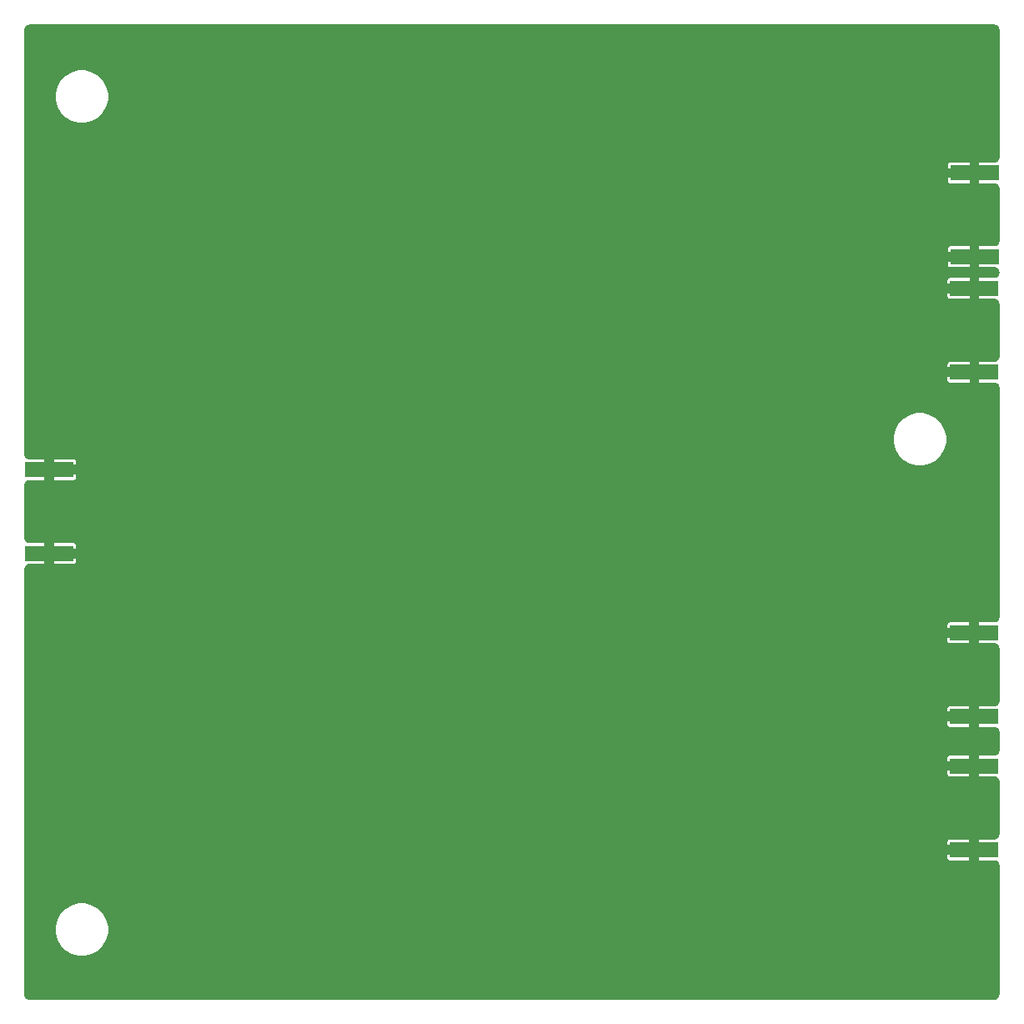
<source format=gbr>
G04 EAGLE Gerber X2 export*
G75*
%MOMM*%
%FSLAX34Y34*%
%LPD*%
%AMOC8*
5,1,8,0,0,1.08239X$1,22.5*%
G01*
%ADD10R,4.902200X1.600200*%
%ADD11C,0.914400*%

G36*
X990185Y5012D02*
X990185Y5012D01*
X990370Y5014D01*
X990500Y5032D01*
X990631Y5041D01*
X990812Y5076D01*
X990996Y5101D01*
X991122Y5135D01*
X991252Y5160D01*
X991428Y5218D01*
X991606Y5266D01*
X991727Y5316D01*
X991852Y5357D01*
X992020Y5436D01*
X992190Y5506D01*
X992305Y5571D01*
X992423Y5627D01*
X992579Y5727D01*
X992740Y5819D01*
X992845Y5897D01*
X992956Y5968D01*
X993098Y6087D01*
X993246Y6198D01*
X993340Y6289D01*
X993441Y6373D01*
X993567Y6509D01*
X993700Y6638D01*
X993782Y6740D01*
X993871Y6837D01*
X993979Y6987D01*
X994094Y7131D01*
X994163Y7244D01*
X994239Y7350D01*
X994327Y7513D01*
X994424Y7671D01*
X994477Y7791D01*
X994540Y7906D01*
X994606Y8079D01*
X994682Y8248D01*
X994720Y8373D01*
X994768Y8496D01*
X994812Y8676D01*
X994866Y8853D01*
X994888Y8982D01*
X994919Y9110D01*
X994941Y9293D01*
X994972Y9476D01*
X994980Y9629D01*
X994992Y9737D01*
X994991Y9846D01*
X994999Y10000D01*
X994999Y141614D01*
X994988Y141799D01*
X994986Y141984D01*
X994968Y142114D01*
X994959Y142245D01*
X994924Y142426D01*
X994899Y142610D01*
X994865Y142736D01*
X994840Y142866D01*
X994782Y143042D01*
X994734Y143220D01*
X994684Y143341D01*
X994643Y143466D01*
X994564Y143634D01*
X994494Y143804D01*
X994429Y143919D01*
X994373Y144037D01*
X994273Y144193D01*
X994182Y144354D01*
X994103Y144459D01*
X994032Y144570D01*
X993913Y144712D01*
X993802Y144860D01*
X993711Y144954D01*
X993627Y145055D01*
X993491Y145181D01*
X993362Y145314D01*
X993260Y145396D01*
X993163Y145485D01*
X993013Y145593D01*
X992869Y145708D01*
X992756Y145777D01*
X992650Y145853D01*
X992487Y145941D01*
X992329Y146038D01*
X992209Y146091D01*
X992094Y146154D01*
X991921Y146220D01*
X991752Y146296D01*
X991627Y146334D01*
X991504Y146382D01*
X991324Y146426D01*
X991147Y146480D01*
X991018Y146502D01*
X990890Y146533D01*
X990707Y146555D01*
X990524Y146586D01*
X990371Y146594D01*
X990263Y146606D01*
X990154Y146605D01*
X990000Y146613D01*
X974308Y146613D01*
X974308Y157155D01*
X974308Y167697D01*
X990000Y167697D01*
X990185Y167708D01*
X990370Y167710D01*
X990500Y167728D01*
X990631Y167737D01*
X990812Y167772D01*
X990996Y167797D01*
X991122Y167831D01*
X991252Y167856D01*
X991428Y167914D01*
X991606Y167962D01*
X991727Y168012D01*
X991852Y168053D01*
X992020Y168132D01*
X992190Y168202D01*
X992305Y168267D01*
X992423Y168323D01*
X992579Y168423D01*
X992740Y168514D01*
X992845Y168593D01*
X992956Y168664D01*
X993098Y168783D01*
X993246Y168894D01*
X993340Y168985D01*
X993441Y169069D01*
X993567Y169205D01*
X993700Y169334D01*
X993782Y169436D01*
X993871Y169533D01*
X993979Y169683D01*
X994094Y169827D01*
X994163Y169940D01*
X994239Y170046D01*
X994327Y170209D01*
X994424Y170367D01*
X994477Y170487D01*
X994540Y170602D01*
X994606Y170775D01*
X994682Y170944D01*
X994720Y171069D01*
X994768Y171192D01*
X994812Y171372D01*
X994866Y171549D01*
X994888Y171678D01*
X994919Y171806D01*
X994941Y171989D01*
X994972Y172172D01*
X994980Y172325D01*
X994992Y172433D01*
X994991Y172542D01*
X994999Y172696D01*
X994999Y226704D01*
X994988Y226889D01*
X994986Y227074D01*
X994968Y227204D01*
X994959Y227335D01*
X994924Y227516D01*
X994899Y227700D01*
X994865Y227826D01*
X994840Y227956D01*
X994782Y228132D01*
X994734Y228310D01*
X994684Y228431D01*
X994643Y228556D01*
X994564Y228724D01*
X994494Y228894D01*
X994429Y229009D01*
X994373Y229127D01*
X994273Y229283D01*
X994182Y229444D01*
X994103Y229549D01*
X994032Y229660D01*
X993913Y229802D01*
X993802Y229950D01*
X993711Y230044D01*
X993627Y230145D01*
X993491Y230271D01*
X993362Y230404D01*
X993260Y230486D01*
X993163Y230575D01*
X993013Y230683D01*
X992869Y230798D01*
X992756Y230867D01*
X992650Y230943D01*
X992487Y231031D01*
X992329Y231128D01*
X992209Y231181D01*
X992094Y231244D01*
X991921Y231310D01*
X991752Y231386D01*
X991627Y231424D01*
X991504Y231472D01*
X991324Y231516D01*
X991147Y231570D01*
X991018Y231592D01*
X990890Y231623D01*
X990707Y231645D01*
X990524Y231676D01*
X990371Y231684D01*
X990263Y231696D01*
X990154Y231695D01*
X990000Y231703D01*
X974308Y231703D01*
X974308Y242245D01*
X974308Y252787D01*
X990000Y252787D01*
X990185Y252798D01*
X990370Y252800D01*
X990500Y252818D01*
X990631Y252827D01*
X990812Y252862D01*
X990996Y252887D01*
X991122Y252921D01*
X991252Y252946D01*
X991428Y253004D01*
X991606Y253052D01*
X991727Y253102D01*
X991852Y253143D01*
X992020Y253222D01*
X992190Y253292D01*
X992305Y253357D01*
X992423Y253413D01*
X992579Y253513D01*
X992740Y253604D01*
X992845Y253683D01*
X992956Y253754D01*
X993098Y253873D01*
X993246Y253984D01*
X993340Y254075D01*
X993441Y254159D01*
X993567Y254295D01*
X993700Y254424D01*
X993782Y254526D01*
X993871Y254623D01*
X993979Y254773D01*
X994094Y254917D01*
X994163Y255030D01*
X994239Y255136D01*
X994327Y255299D01*
X994424Y255457D01*
X994477Y255577D01*
X994540Y255692D01*
X994606Y255865D01*
X994682Y256034D01*
X994720Y256159D01*
X994768Y256282D01*
X994812Y256462D01*
X994866Y256639D01*
X994888Y256768D01*
X994919Y256896D01*
X994941Y257079D01*
X994972Y257262D01*
X994980Y257415D01*
X994992Y257523D01*
X994991Y257632D01*
X994999Y257786D01*
X994999Y276814D01*
X994988Y276999D01*
X994986Y277184D01*
X994968Y277314D01*
X994959Y277445D01*
X994924Y277626D01*
X994899Y277810D01*
X994865Y277936D01*
X994840Y278066D01*
X994782Y278242D01*
X994734Y278420D01*
X994684Y278541D01*
X994643Y278666D01*
X994564Y278834D01*
X994494Y279004D01*
X994429Y279119D01*
X994373Y279237D01*
X994273Y279393D01*
X994182Y279554D01*
X994103Y279659D01*
X994032Y279770D01*
X993913Y279912D01*
X993802Y280060D01*
X993711Y280154D01*
X993627Y280255D01*
X993491Y280381D01*
X993362Y280514D01*
X993260Y280596D01*
X993163Y280685D01*
X993013Y280793D01*
X992869Y280908D01*
X992756Y280977D01*
X992650Y281053D01*
X992487Y281141D01*
X992329Y281238D01*
X992209Y281291D01*
X992094Y281354D01*
X991921Y281420D01*
X991752Y281496D01*
X991627Y281534D01*
X991504Y281582D01*
X991324Y281626D01*
X991147Y281680D01*
X991018Y281702D01*
X990890Y281733D01*
X990707Y281755D01*
X990524Y281786D01*
X990371Y281794D01*
X990263Y281806D01*
X990154Y281805D01*
X990000Y281813D01*
X974408Y281813D01*
X974408Y292355D01*
X974408Y302897D01*
X990000Y302897D01*
X990185Y302908D01*
X990370Y302910D01*
X990500Y302928D01*
X990631Y302937D01*
X990812Y302972D01*
X990996Y302997D01*
X991122Y303031D01*
X991252Y303056D01*
X991428Y303114D01*
X991606Y303162D01*
X991727Y303212D01*
X991852Y303253D01*
X992020Y303332D01*
X992190Y303402D01*
X992305Y303467D01*
X992423Y303523D01*
X992579Y303623D01*
X992740Y303714D01*
X992845Y303793D01*
X992956Y303864D01*
X993098Y303983D01*
X993246Y304094D01*
X993340Y304185D01*
X993441Y304269D01*
X993567Y304405D01*
X993700Y304534D01*
X993782Y304636D01*
X993871Y304733D01*
X993979Y304883D01*
X994094Y305027D01*
X994163Y305140D01*
X994239Y305246D01*
X994327Y305409D01*
X994424Y305567D01*
X994477Y305687D01*
X994540Y305802D01*
X994606Y305975D01*
X994682Y306144D01*
X994720Y306269D01*
X994768Y306392D01*
X994812Y306572D01*
X994866Y306749D01*
X994888Y306878D01*
X994919Y307006D01*
X994941Y307189D01*
X994972Y307372D01*
X994980Y307525D01*
X994992Y307633D01*
X994991Y307742D01*
X994999Y307896D01*
X994999Y361904D01*
X994988Y362089D01*
X994986Y362274D01*
X994968Y362404D01*
X994959Y362535D01*
X994924Y362716D01*
X994899Y362900D01*
X994865Y363026D01*
X994840Y363156D01*
X994782Y363332D01*
X994734Y363510D01*
X994684Y363631D01*
X994643Y363756D01*
X994564Y363924D01*
X994494Y364094D01*
X994429Y364209D01*
X994373Y364327D01*
X994273Y364483D01*
X994182Y364644D01*
X994103Y364749D01*
X994032Y364860D01*
X993913Y365002D01*
X993802Y365150D01*
X993711Y365244D01*
X993627Y365345D01*
X993491Y365471D01*
X993362Y365604D01*
X993260Y365686D01*
X993163Y365775D01*
X993013Y365883D01*
X992869Y365998D01*
X992756Y366067D01*
X992650Y366143D01*
X992487Y366231D01*
X992329Y366328D01*
X992209Y366381D01*
X992094Y366444D01*
X991921Y366510D01*
X991752Y366586D01*
X991627Y366624D01*
X991504Y366672D01*
X991324Y366716D01*
X991147Y366770D01*
X991018Y366792D01*
X990890Y366823D01*
X990707Y366845D01*
X990524Y366876D01*
X990371Y366884D01*
X990263Y366896D01*
X990154Y366895D01*
X990000Y366903D01*
X974408Y366903D01*
X974408Y377445D01*
X974408Y387987D01*
X990000Y387987D01*
X990185Y387998D01*
X990370Y388000D01*
X990500Y388018D01*
X990631Y388027D01*
X990812Y388062D01*
X990996Y388087D01*
X991122Y388121D01*
X991252Y388146D01*
X991428Y388204D01*
X991606Y388252D01*
X991727Y388302D01*
X991852Y388343D01*
X992020Y388422D01*
X992190Y388492D01*
X992305Y388557D01*
X992423Y388613D01*
X992579Y388713D01*
X992740Y388804D01*
X992845Y388883D01*
X992956Y388954D01*
X993098Y389073D01*
X993246Y389184D01*
X993340Y389275D01*
X993441Y389359D01*
X993567Y389495D01*
X993700Y389624D01*
X993782Y389726D01*
X993871Y389823D01*
X993979Y389973D01*
X994094Y390117D01*
X994163Y390230D01*
X994239Y390336D01*
X994327Y390499D01*
X994424Y390657D01*
X994477Y390777D01*
X994540Y390892D01*
X994606Y391065D01*
X994682Y391234D01*
X994720Y391359D01*
X994768Y391482D01*
X994812Y391662D01*
X994866Y391839D01*
X994888Y391968D01*
X994919Y392096D01*
X994941Y392279D01*
X994972Y392462D01*
X994980Y392615D01*
X994992Y392723D01*
X994991Y392832D01*
X994999Y392986D01*
X994999Y626514D01*
X994988Y626699D01*
X994986Y626884D01*
X994968Y627014D01*
X994959Y627145D01*
X994924Y627326D01*
X994899Y627510D01*
X994865Y627636D01*
X994840Y627766D01*
X994782Y627942D01*
X994734Y628120D01*
X994684Y628241D01*
X994643Y628366D01*
X994564Y628534D01*
X994494Y628704D01*
X994429Y628819D01*
X994373Y628937D01*
X994273Y629093D01*
X994182Y629254D01*
X994103Y629359D01*
X994032Y629470D01*
X993913Y629612D01*
X993802Y629760D01*
X993711Y629854D01*
X993627Y629955D01*
X993491Y630081D01*
X993362Y630214D01*
X993260Y630296D01*
X993163Y630385D01*
X993013Y630493D01*
X992869Y630608D01*
X992756Y630677D01*
X992650Y630753D01*
X992487Y630841D01*
X992329Y630938D01*
X992209Y630991D01*
X992094Y631054D01*
X991921Y631120D01*
X991752Y631196D01*
X991627Y631234D01*
X991504Y631282D01*
X991324Y631326D01*
X991147Y631380D01*
X991018Y631402D01*
X990890Y631433D01*
X990707Y631455D01*
X990524Y631486D01*
X990371Y631494D01*
X990263Y631506D01*
X990154Y631505D01*
X990000Y631513D01*
X974508Y631513D01*
X974508Y642055D01*
X974508Y652597D01*
X990000Y652597D01*
X990185Y652608D01*
X990370Y652610D01*
X990500Y652628D01*
X990631Y652637D01*
X990812Y652672D01*
X990996Y652697D01*
X991122Y652731D01*
X991252Y652756D01*
X991428Y652814D01*
X991606Y652862D01*
X991727Y652912D01*
X991852Y652953D01*
X992020Y653032D01*
X992190Y653102D01*
X992305Y653167D01*
X992423Y653223D01*
X992579Y653323D01*
X992740Y653414D01*
X992845Y653493D01*
X992956Y653564D01*
X993098Y653683D01*
X993246Y653794D01*
X993340Y653885D01*
X993441Y653969D01*
X993567Y654105D01*
X993700Y654234D01*
X993782Y654336D01*
X993871Y654433D01*
X993979Y654583D01*
X994094Y654727D01*
X994163Y654840D01*
X994239Y654946D01*
X994327Y655109D01*
X994424Y655267D01*
X994477Y655387D01*
X994540Y655502D01*
X994606Y655675D01*
X994682Y655844D01*
X994720Y655969D01*
X994768Y656092D01*
X994812Y656272D01*
X994866Y656449D01*
X994888Y656578D01*
X994919Y656706D01*
X994941Y656889D01*
X994972Y657072D01*
X994980Y657225D01*
X994992Y657333D01*
X994991Y657442D01*
X994999Y657596D01*
X994999Y711604D01*
X994988Y711789D01*
X994986Y711974D01*
X994968Y712104D01*
X994959Y712235D01*
X994924Y712416D01*
X994899Y712600D01*
X994865Y712726D01*
X994840Y712856D01*
X994782Y713032D01*
X994734Y713210D01*
X994684Y713331D01*
X994643Y713456D01*
X994564Y713624D01*
X994494Y713794D01*
X994429Y713909D01*
X994373Y714027D01*
X994273Y714183D01*
X994182Y714344D01*
X994103Y714449D01*
X994032Y714560D01*
X993913Y714702D01*
X993802Y714850D01*
X993711Y714944D01*
X993627Y715045D01*
X993491Y715171D01*
X993362Y715304D01*
X993260Y715386D01*
X993163Y715475D01*
X993013Y715583D01*
X992869Y715698D01*
X992756Y715767D01*
X992650Y715843D01*
X992487Y715931D01*
X992329Y716028D01*
X992209Y716081D01*
X992094Y716144D01*
X991921Y716210D01*
X991752Y716286D01*
X991627Y716324D01*
X991504Y716372D01*
X991324Y716416D01*
X991147Y716470D01*
X991018Y716492D01*
X990890Y716523D01*
X990707Y716545D01*
X990524Y716576D01*
X990371Y716584D01*
X990263Y716596D01*
X990154Y716595D01*
X990000Y716603D01*
X974508Y716603D01*
X974508Y727145D01*
X974508Y737687D01*
X990000Y737687D01*
X990185Y737698D01*
X990370Y737700D01*
X990500Y737718D01*
X990631Y737727D01*
X990812Y737762D01*
X990996Y737787D01*
X991122Y737821D01*
X991252Y737846D01*
X991428Y737904D01*
X991606Y737952D01*
X991727Y738002D01*
X991852Y738043D01*
X992020Y738122D01*
X992190Y738192D01*
X992305Y738257D01*
X992423Y738313D01*
X992579Y738413D01*
X992740Y738504D01*
X992845Y738583D01*
X992956Y738654D01*
X993098Y738773D01*
X993246Y738884D01*
X993340Y738975D01*
X993441Y739059D01*
X993567Y739195D01*
X993700Y739324D01*
X993782Y739426D01*
X993871Y739523D01*
X993979Y739673D01*
X994094Y739817D01*
X994163Y739930D01*
X994239Y740036D01*
X994327Y740199D01*
X994424Y740357D01*
X994477Y740477D01*
X994540Y740592D01*
X994606Y740765D01*
X994682Y740934D01*
X994720Y741059D01*
X994768Y741182D01*
X994812Y741362D01*
X994866Y741539D01*
X994888Y741668D01*
X994919Y741796D01*
X994941Y741979D01*
X994972Y742162D01*
X994980Y742315D01*
X994992Y742423D01*
X994991Y742532D01*
X994999Y742686D01*
X994999Y743714D01*
X994988Y743899D01*
X994986Y744084D01*
X994968Y744214D01*
X994959Y744345D01*
X994924Y744526D01*
X994899Y744710D01*
X994865Y744836D01*
X994840Y744966D01*
X994782Y745142D01*
X994734Y745320D01*
X994684Y745441D01*
X994643Y745566D01*
X994564Y745734D01*
X994494Y745904D01*
X994429Y746019D01*
X994373Y746137D01*
X994273Y746293D01*
X994182Y746454D01*
X994103Y746559D01*
X994032Y746670D01*
X993913Y746812D01*
X993802Y746960D01*
X993711Y747054D01*
X993627Y747155D01*
X993491Y747281D01*
X993362Y747414D01*
X993260Y747496D01*
X993163Y747585D01*
X993013Y747693D01*
X992869Y747808D01*
X992756Y747877D01*
X992650Y747953D01*
X992487Y748041D01*
X992329Y748138D01*
X992209Y748191D01*
X992094Y748254D01*
X991921Y748320D01*
X991752Y748396D01*
X991627Y748434D01*
X991504Y748482D01*
X991324Y748526D01*
X991147Y748580D01*
X991018Y748602D01*
X990890Y748633D01*
X990707Y748655D01*
X990524Y748686D01*
X990371Y748694D01*
X990263Y748706D01*
X990154Y748705D01*
X990000Y748713D01*
X974608Y748713D01*
X974608Y759255D01*
X974608Y769797D01*
X990000Y769797D01*
X990185Y769808D01*
X990370Y769810D01*
X990500Y769828D01*
X990631Y769837D01*
X990812Y769872D01*
X990996Y769897D01*
X991122Y769931D01*
X991252Y769956D01*
X991428Y770014D01*
X991606Y770062D01*
X991727Y770112D01*
X991852Y770153D01*
X992020Y770232D01*
X992190Y770302D01*
X992305Y770367D01*
X992423Y770423D01*
X992579Y770523D01*
X992740Y770614D01*
X992845Y770693D01*
X992956Y770764D01*
X993098Y770883D01*
X993246Y770994D01*
X993340Y771085D01*
X993441Y771169D01*
X993567Y771305D01*
X993700Y771434D01*
X993782Y771536D01*
X993871Y771633D01*
X993979Y771783D01*
X994094Y771927D01*
X994163Y772040D01*
X994239Y772146D01*
X994327Y772309D01*
X994424Y772467D01*
X994477Y772587D01*
X994540Y772702D01*
X994606Y772875D01*
X994682Y773044D01*
X994720Y773169D01*
X994768Y773292D01*
X994812Y773472D01*
X994866Y773649D01*
X994888Y773778D01*
X994919Y773906D01*
X994941Y774089D01*
X994972Y774272D01*
X994980Y774425D01*
X994992Y774533D01*
X994991Y774615D01*
X994992Y774623D01*
X994992Y774658D01*
X994999Y774796D01*
X994999Y828804D01*
X994988Y828989D01*
X994986Y829174D01*
X994968Y829304D01*
X994959Y829435D01*
X994924Y829616D01*
X994899Y829800D01*
X994865Y829926D01*
X994840Y830056D01*
X994782Y830232D01*
X994734Y830410D01*
X994684Y830531D01*
X994643Y830656D01*
X994564Y830824D01*
X994494Y830994D01*
X994429Y831109D01*
X994373Y831227D01*
X994273Y831383D01*
X994182Y831544D01*
X994103Y831649D01*
X994032Y831760D01*
X993913Y831902D01*
X993802Y832050D01*
X993711Y832144D01*
X993627Y832245D01*
X993491Y832371D01*
X993362Y832504D01*
X993260Y832586D01*
X993163Y832675D01*
X993013Y832783D01*
X992869Y832898D01*
X992756Y832967D01*
X992650Y833043D01*
X992487Y833131D01*
X992329Y833228D01*
X992209Y833281D01*
X992094Y833344D01*
X991921Y833410D01*
X991752Y833486D01*
X991627Y833524D01*
X991504Y833572D01*
X991324Y833616D01*
X991147Y833670D01*
X991018Y833692D01*
X990890Y833723D01*
X990707Y833745D01*
X990524Y833776D01*
X990371Y833784D01*
X990263Y833796D01*
X990154Y833795D01*
X990000Y833803D01*
X974608Y833803D01*
X974608Y844345D01*
X974608Y854887D01*
X990000Y854887D01*
X990185Y854898D01*
X990370Y854900D01*
X990500Y854918D01*
X990631Y854927D01*
X990812Y854962D01*
X990996Y854987D01*
X991122Y855021D01*
X991252Y855046D01*
X991428Y855104D01*
X991606Y855152D01*
X991727Y855202D01*
X991852Y855243D01*
X992020Y855322D01*
X992190Y855392D01*
X992305Y855457D01*
X992423Y855513D01*
X992579Y855613D01*
X992740Y855704D01*
X992845Y855783D01*
X992956Y855854D01*
X993098Y855973D01*
X993246Y856084D01*
X993340Y856175D01*
X993441Y856259D01*
X993567Y856395D01*
X993700Y856524D01*
X993782Y856626D01*
X993871Y856723D01*
X993979Y856873D01*
X994094Y857017D01*
X994163Y857130D01*
X994239Y857236D01*
X994327Y857399D01*
X994424Y857557D01*
X994477Y857677D01*
X994540Y857792D01*
X994606Y857965D01*
X994682Y858134D01*
X994720Y858259D01*
X994768Y858382D01*
X994812Y858562D01*
X994866Y858739D01*
X994888Y858868D01*
X994919Y858996D01*
X994941Y859179D01*
X994972Y859362D01*
X994980Y859515D01*
X994992Y859623D01*
X994991Y859732D01*
X994999Y859886D01*
X994999Y990000D01*
X994988Y990185D01*
X994986Y990370D01*
X994968Y990500D01*
X994959Y990631D01*
X994924Y990812D01*
X994899Y990996D01*
X994865Y991122D01*
X994840Y991252D01*
X994782Y991428D01*
X994734Y991606D01*
X994684Y991727D01*
X994643Y991852D01*
X994564Y992020D01*
X994494Y992190D01*
X994429Y992305D01*
X994373Y992423D01*
X994273Y992579D01*
X994182Y992740D01*
X994103Y992845D01*
X994032Y992956D01*
X993913Y993098D01*
X993802Y993246D01*
X993711Y993340D01*
X993627Y993441D01*
X993491Y993567D01*
X993362Y993700D01*
X993260Y993782D01*
X993163Y993871D01*
X993013Y993979D01*
X992869Y994094D01*
X992756Y994163D01*
X992650Y994239D01*
X992487Y994327D01*
X992329Y994424D01*
X992209Y994477D01*
X992094Y994540D01*
X991921Y994606D01*
X991752Y994682D01*
X991627Y994720D01*
X991504Y994768D01*
X991324Y994812D01*
X991147Y994866D01*
X991018Y994888D01*
X990890Y994919D01*
X990707Y994941D01*
X990524Y994972D01*
X990371Y994980D01*
X990263Y994992D01*
X990154Y994991D01*
X990000Y994999D01*
X10000Y994999D01*
X9815Y994988D01*
X9630Y994986D01*
X9500Y994968D01*
X9369Y994959D01*
X9188Y994924D01*
X9004Y994899D01*
X8878Y994865D01*
X8748Y994840D01*
X8572Y994782D01*
X8394Y994734D01*
X8273Y994684D01*
X8148Y994643D01*
X7980Y994564D01*
X7810Y994494D01*
X7695Y994429D01*
X7577Y994373D01*
X7421Y994273D01*
X7260Y994182D01*
X7155Y994103D01*
X7044Y994032D01*
X6902Y993913D01*
X6754Y993802D01*
X6660Y993711D01*
X6559Y993627D01*
X6433Y993491D01*
X6300Y993362D01*
X6218Y993260D01*
X6129Y993163D01*
X6021Y993013D01*
X5906Y992869D01*
X5837Y992756D01*
X5761Y992650D01*
X5673Y992487D01*
X5576Y992329D01*
X5523Y992209D01*
X5460Y992094D01*
X5394Y991921D01*
X5318Y991752D01*
X5280Y991627D01*
X5232Y991504D01*
X5188Y991324D01*
X5134Y991147D01*
X5112Y991018D01*
X5081Y990890D01*
X5059Y990707D01*
X5028Y990524D01*
X5020Y990371D01*
X5008Y990263D01*
X5009Y990154D01*
X5001Y990000D01*
X5001Y558586D01*
X5012Y558401D01*
X5014Y558216D01*
X5032Y558086D01*
X5041Y557955D01*
X5076Y557774D01*
X5101Y557590D01*
X5135Y557464D01*
X5160Y557334D01*
X5218Y557158D01*
X5266Y556980D01*
X5316Y556859D01*
X5357Y556734D01*
X5436Y556566D01*
X5506Y556396D01*
X5571Y556281D01*
X5627Y556163D01*
X5727Y556007D01*
X5819Y555846D01*
X5897Y555741D01*
X5968Y555630D01*
X6087Y555488D01*
X6198Y555340D01*
X6289Y555246D01*
X6373Y555145D01*
X6509Y555019D01*
X6638Y554886D01*
X6740Y554804D01*
X6837Y554715D01*
X6987Y554607D01*
X7131Y554492D01*
X7244Y554423D01*
X7350Y554347D01*
X7513Y554259D01*
X7671Y554162D01*
X7791Y554109D01*
X7906Y554046D01*
X8079Y553980D01*
X8248Y553904D01*
X8373Y553866D01*
X8496Y553818D01*
X8676Y553774D01*
X8853Y553720D01*
X8982Y553698D01*
X9110Y553667D01*
X9293Y553645D01*
X9476Y553614D01*
X9629Y553606D01*
X9737Y553594D01*
X9846Y553595D01*
X10000Y553587D01*
X25292Y553587D01*
X25292Y543045D01*
X25292Y532503D01*
X10000Y532503D01*
X9815Y532492D01*
X9630Y532490D01*
X9500Y532472D01*
X9369Y532463D01*
X9188Y532428D01*
X9004Y532403D01*
X8878Y532369D01*
X8748Y532344D01*
X8572Y532286D01*
X8394Y532238D01*
X8273Y532188D01*
X8148Y532147D01*
X7980Y532068D01*
X7810Y531998D01*
X7695Y531933D01*
X7577Y531877D01*
X7421Y531777D01*
X7260Y531686D01*
X7155Y531607D01*
X7044Y531536D01*
X6902Y531417D01*
X6754Y531306D01*
X6660Y531215D01*
X6559Y531131D01*
X6433Y530995D01*
X6300Y530866D01*
X6218Y530764D01*
X6129Y530667D01*
X6021Y530517D01*
X5906Y530373D01*
X5837Y530260D01*
X5761Y530154D01*
X5673Y529991D01*
X5576Y529833D01*
X5523Y529713D01*
X5460Y529598D01*
X5394Y529425D01*
X5318Y529256D01*
X5280Y529131D01*
X5232Y529008D01*
X5188Y528828D01*
X5134Y528651D01*
X5112Y528522D01*
X5081Y528394D01*
X5059Y528211D01*
X5028Y528028D01*
X5020Y527875D01*
X5008Y527767D01*
X5009Y527658D01*
X5001Y527504D01*
X5001Y473496D01*
X5012Y473311D01*
X5014Y473126D01*
X5032Y472996D01*
X5041Y472865D01*
X5076Y472684D01*
X5101Y472500D01*
X5135Y472374D01*
X5160Y472244D01*
X5218Y472068D01*
X5266Y471890D01*
X5316Y471769D01*
X5357Y471644D01*
X5436Y471476D01*
X5506Y471306D01*
X5571Y471191D01*
X5627Y471073D01*
X5727Y470917D01*
X5819Y470756D01*
X5897Y470651D01*
X5968Y470540D01*
X6087Y470398D01*
X6198Y470250D01*
X6289Y470156D01*
X6373Y470055D01*
X6509Y469929D01*
X6638Y469796D01*
X6740Y469714D01*
X6837Y469625D01*
X6987Y469517D01*
X7131Y469402D01*
X7244Y469333D01*
X7350Y469257D01*
X7513Y469169D01*
X7671Y469072D01*
X7791Y469019D01*
X7906Y468956D01*
X8079Y468890D01*
X8248Y468814D01*
X8373Y468776D01*
X8496Y468728D01*
X8676Y468684D01*
X8853Y468630D01*
X8982Y468608D01*
X9110Y468577D01*
X9293Y468555D01*
X9476Y468524D01*
X9629Y468516D01*
X9737Y468504D01*
X9846Y468505D01*
X10000Y468497D01*
X25292Y468497D01*
X25292Y457955D01*
X25292Y447413D01*
X10000Y447413D01*
X9815Y447402D01*
X9630Y447400D01*
X9500Y447382D01*
X9369Y447373D01*
X9188Y447338D01*
X9004Y447313D01*
X8878Y447279D01*
X8748Y447254D01*
X8572Y447196D01*
X8394Y447148D01*
X8273Y447098D01*
X8148Y447057D01*
X7980Y446978D01*
X7810Y446908D01*
X7695Y446843D01*
X7577Y446787D01*
X7421Y446687D01*
X7260Y446596D01*
X7155Y446517D01*
X7044Y446446D01*
X6902Y446327D01*
X6754Y446216D01*
X6660Y446125D01*
X6559Y446041D01*
X6433Y445905D01*
X6300Y445776D01*
X6218Y445674D01*
X6129Y445577D01*
X6021Y445427D01*
X5906Y445283D01*
X5837Y445170D01*
X5761Y445064D01*
X5673Y444901D01*
X5576Y444743D01*
X5523Y444623D01*
X5460Y444508D01*
X5394Y444335D01*
X5318Y444166D01*
X5280Y444041D01*
X5232Y443918D01*
X5188Y443738D01*
X5134Y443561D01*
X5112Y443432D01*
X5081Y443304D01*
X5059Y443121D01*
X5028Y442938D01*
X5020Y442785D01*
X5008Y442677D01*
X5009Y442568D01*
X5001Y442414D01*
X5001Y10000D01*
X5012Y9815D01*
X5014Y9630D01*
X5032Y9500D01*
X5041Y9369D01*
X5076Y9188D01*
X5101Y9004D01*
X5135Y8878D01*
X5160Y8748D01*
X5218Y8572D01*
X5266Y8394D01*
X5316Y8273D01*
X5357Y8148D01*
X5436Y7980D01*
X5506Y7810D01*
X5571Y7695D01*
X5627Y7577D01*
X5727Y7421D01*
X5819Y7260D01*
X5897Y7155D01*
X5968Y7044D01*
X6087Y6902D01*
X6198Y6754D01*
X6289Y6660D01*
X6373Y6559D01*
X6509Y6433D01*
X6638Y6300D01*
X6740Y6218D01*
X6837Y6129D01*
X6987Y6021D01*
X7131Y5906D01*
X7244Y5837D01*
X7350Y5761D01*
X7513Y5673D01*
X7671Y5576D01*
X7791Y5523D01*
X7906Y5460D01*
X8079Y5394D01*
X8248Y5318D01*
X8373Y5280D01*
X8496Y5232D01*
X8676Y5188D01*
X8853Y5134D01*
X8982Y5112D01*
X9110Y5081D01*
X9293Y5059D01*
X9476Y5028D01*
X9629Y5020D01*
X9737Y5008D01*
X9846Y5009D01*
X10000Y5001D01*
X990000Y5001D01*
X990185Y5012D01*
G37*
%LPC*%
G36*
X60014Y895540D02*
X60014Y895540D01*
X53279Y897344D01*
X47241Y900831D01*
X42311Y905761D01*
X38824Y911799D01*
X37020Y918534D01*
X37020Y925506D01*
X38824Y932241D01*
X42311Y938279D01*
X47241Y943209D01*
X53279Y946696D01*
X60014Y948500D01*
X66986Y948500D01*
X73721Y946696D01*
X79759Y943209D01*
X84689Y938279D01*
X88176Y932241D01*
X89980Y925506D01*
X89980Y918534D01*
X88176Y911799D01*
X84689Y905761D01*
X79759Y900831D01*
X73721Y897344D01*
X66986Y895540D01*
X60014Y895540D01*
G37*
%LPD*%
%LPC*%
G36*
X910914Y547560D02*
X910914Y547560D01*
X904179Y549364D01*
X898141Y552851D01*
X893211Y557781D01*
X889724Y563819D01*
X887920Y570554D01*
X887920Y577526D01*
X889724Y584261D01*
X893211Y590299D01*
X898141Y595229D01*
X904179Y598716D01*
X910914Y600520D01*
X917886Y600520D01*
X924621Y598716D01*
X930659Y595229D01*
X935589Y590299D01*
X939076Y584261D01*
X940880Y577526D01*
X940880Y570554D01*
X939076Y563819D01*
X935589Y557781D01*
X930659Y552851D01*
X924621Y549364D01*
X917886Y547560D01*
X910914Y547560D01*
G37*
%LPD*%
%LPC*%
G36*
X60014Y49720D02*
X60014Y49720D01*
X53279Y51524D01*
X47241Y55011D01*
X42311Y59941D01*
X38824Y65979D01*
X37020Y72714D01*
X37020Y79686D01*
X38824Y86421D01*
X42311Y92459D01*
X47241Y97389D01*
X53279Y100876D01*
X60014Y102680D01*
X66986Y102680D01*
X73721Y100876D01*
X79759Y97389D01*
X84689Y92459D01*
X88176Y86421D01*
X89980Y79686D01*
X89980Y72714D01*
X88176Y65979D01*
X84689Y59941D01*
X79759Y55011D01*
X73721Y51524D01*
X66986Y49720D01*
X60014Y49720D01*
G37*
%LPD*%
%LPC*%
G36*
X35290Y548044D02*
X35290Y548044D01*
X35290Y553587D01*
X55052Y553587D01*
X55543Y553489D01*
X56006Y553298D01*
X56422Y553020D01*
X56776Y552666D01*
X57054Y552250D01*
X57245Y551787D01*
X57343Y551296D01*
X57343Y548044D01*
X35290Y548044D01*
G37*
%LPD*%
%LPC*%
G36*
X35290Y462954D02*
X35290Y462954D01*
X35290Y468497D01*
X55052Y468497D01*
X55543Y468399D01*
X56006Y468208D01*
X56422Y467930D01*
X56776Y467576D01*
X57054Y467160D01*
X57245Y466697D01*
X57343Y466206D01*
X57343Y462954D01*
X35290Y462954D01*
G37*
%LPD*%
%LPC*%
G36*
X942557Y849344D02*
X942557Y849344D01*
X942557Y852596D01*
X942655Y853087D01*
X942846Y853550D01*
X943124Y853966D01*
X943478Y854320D01*
X943894Y854598D01*
X944357Y854789D01*
X944848Y854887D01*
X964609Y854887D01*
X964609Y849344D01*
X942557Y849344D01*
G37*
%LPD*%
%LPC*%
G36*
X942557Y764254D02*
X942557Y764254D01*
X942557Y767506D01*
X942655Y767997D01*
X942846Y768460D01*
X943124Y768876D01*
X943478Y769230D01*
X943894Y769508D01*
X944357Y769699D01*
X944848Y769797D01*
X964609Y769797D01*
X964609Y764254D01*
X942557Y764254D01*
G37*
%LPD*%
%LPC*%
G36*
X942457Y647054D02*
X942457Y647054D01*
X942457Y650306D01*
X942555Y650797D01*
X942746Y651260D01*
X943024Y651676D01*
X943378Y652030D01*
X943794Y652308D01*
X944257Y652499D01*
X944748Y652597D01*
X964509Y652597D01*
X964509Y647054D01*
X942457Y647054D01*
G37*
%LPD*%
%LPC*%
G36*
X942357Y382444D02*
X942357Y382444D01*
X942357Y385696D01*
X942455Y386187D01*
X942646Y386650D01*
X942924Y387066D01*
X943278Y387420D01*
X943694Y387698D01*
X944157Y387889D01*
X944648Y387987D01*
X964409Y387987D01*
X964409Y382444D01*
X942357Y382444D01*
G37*
%LPD*%
%LPC*%
G36*
X942357Y297354D02*
X942357Y297354D01*
X942357Y300606D01*
X942455Y301097D01*
X942646Y301560D01*
X942924Y301976D01*
X943278Y302330D01*
X943694Y302608D01*
X944157Y302799D01*
X944648Y302897D01*
X964409Y302897D01*
X964409Y297354D01*
X942357Y297354D01*
G37*
%LPD*%
%LPC*%
G36*
X942257Y247244D02*
X942257Y247244D01*
X942257Y250496D01*
X942355Y250987D01*
X942546Y251450D01*
X942824Y251866D01*
X943178Y252220D01*
X943594Y252498D01*
X944057Y252689D01*
X944548Y252787D01*
X964309Y252787D01*
X964309Y247244D01*
X942257Y247244D01*
G37*
%LPD*%
%LPC*%
G36*
X942257Y162154D02*
X942257Y162154D01*
X942257Y165406D01*
X942355Y165897D01*
X942546Y166360D01*
X942824Y166776D01*
X943178Y167130D01*
X943594Y167408D01*
X944057Y167599D01*
X944548Y167697D01*
X964309Y167697D01*
X964309Y162154D01*
X942257Y162154D01*
G37*
%LPD*%
%LPC*%
G36*
X942457Y732144D02*
X942457Y732144D01*
X942457Y735396D01*
X942555Y735887D01*
X942746Y736350D01*
X943024Y736766D01*
X943378Y737120D01*
X943794Y737398D01*
X944257Y737589D01*
X944748Y737687D01*
X964509Y737687D01*
X964509Y732144D01*
X942457Y732144D01*
G37*
%LPD*%
%LPC*%
G36*
X944848Y833803D02*
X944848Y833803D01*
X944357Y833901D01*
X943894Y834092D01*
X943478Y834370D01*
X943124Y834724D01*
X942846Y835140D01*
X942655Y835603D01*
X942557Y836094D01*
X942557Y839346D01*
X964609Y839346D01*
X964609Y833803D01*
X944848Y833803D01*
G37*
%LPD*%
%LPC*%
G36*
X944848Y748713D02*
X944848Y748713D01*
X944357Y748811D01*
X943894Y749002D01*
X943478Y749280D01*
X943124Y749634D01*
X942846Y750050D01*
X942655Y750513D01*
X942557Y751004D01*
X942557Y754256D01*
X964609Y754256D01*
X964609Y748713D01*
X944848Y748713D01*
G37*
%LPD*%
%LPC*%
G36*
X944748Y716603D02*
X944748Y716603D01*
X944257Y716701D01*
X943794Y716892D01*
X943378Y717170D01*
X943024Y717524D01*
X942746Y717940D01*
X942555Y718403D01*
X942457Y718894D01*
X942457Y722146D01*
X964509Y722146D01*
X964509Y716603D01*
X944748Y716603D01*
G37*
%LPD*%
%LPC*%
G36*
X944748Y631513D02*
X944748Y631513D01*
X944257Y631611D01*
X943794Y631802D01*
X943378Y632080D01*
X943024Y632434D01*
X942746Y632850D01*
X942555Y633313D01*
X942457Y633804D01*
X942457Y637056D01*
X964509Y637056D01*
X964509Y631513D01*
X944748Y631513D01*
G37*
%LPD*%
%LPC*%
G36*
X944648Y366903D02*
X944648Y366903D01*
X944157Y367001D01*
X943694Y367192D01*
X943278Y367470D01*
X942924Y367824D01*
X942646Y368240D01*
X942455Y368703D01*
X942357Y369194D01*
X942357Y372446D01*
X964409Y372446D01*
X964409Y366903D01*
X944648Y366903D01*
G37*
%LPD*%
%LPC*%
G36*
X944648Y281813D02*
X944648Y281813D01*
X944157Y281911D01*
X943694Y282102D01*
X943278Y282380D01*
X942924Y282734D01*
X942646Y283150D01*
X942455Y283613D01*
X942357Y284104D01*
X942357Y287356D01*
X964409Y287356D01*
X964409Y281813D01*
X944648Y281813D01*
G37*
%LPD*%
%LPC*%
G36*
X944548Y231703D02*
X944548Y231703D01*
X944057Y231801D01*
X943594Y231992D01*
X943178Y232270D01*
X942824Y232624D01*
X942546Y233040D01*
X942355Y233503D01*
X942257Y233994D01*
X942257Y237246D01*
X964309Y237246D01*
X964309Y231703D01*
X944548Y231703D01*
G37*
%LPD*%
%LPC*%
G36*
X944548Y146613D02*
X944548Y146613D01*
X944057Y146711D01*
X943594Y146902D01*
X943178Y147180D01*
X942824Y147534D01*
X942546Y147950D01*
X942355Y148413D01*
X942257Y148904D01*
X942257Y152156D01*
X964309Y152156D01*
X964309Y146613D01*
X944548Y146613D01*
G37*
%LPD*%
%LPC*%
G36*
X35290Y532503D02*
X35290Y532503D01*
X35290Y538046D01*
X57343Y538046D01*
X57343Y534794D01*
X57245Y534303D01*
X57054Y533840D01*
X56776Y533424D01*
X56422Y533070D01*
X56006Y532792D01*
X55543Y532601D01*
X55052Y532503D01*
X35290Y532503D01*
G37*
%LPD*%
%LPC*%
G36*
X35290Y447413D02*
X35290Y447413D01*
X35290Y452956D01*
X57343Y452956D01*
X57343Y449704D01*
X57245Y449213D01*
X57054Y448750D01*
X56776Y448334D01*
X56422Y447980D01*
X56006Y447702D01*
X55543Y447511D01*
X55052Y447413D01*
X35290Y447413D01*
G37*
%LPD*%
D10*
X30291Y543045D03*
X30291Y457955D03*
X969609Y759255D03*
X969609Y844345D03*
X969509Y642055D03*
X969509Y727145D03*
X969309Y157155D03*
X969309Y242245D03*
X969409Y292355D03*
X969409Y377445D03*
D11*
X12700Y985520D03*
X985520Y499110D03*
X12700Y596392D03*
X12700Y401828D03*
X109982Y12700D03*
X207264Y12700D03*
X985520Y12700D03*
X985520Y109982D03*
X985520Y401828D03*
X985520Y596392D03*
X985520Y888238D03*
X985520Y985520D03*
X304546Y985520D03*
X207264Y985520D03*
X109982Y985520D03*
X304546Y12700D03*
X12700Y12700D03*
M02*

</source>
